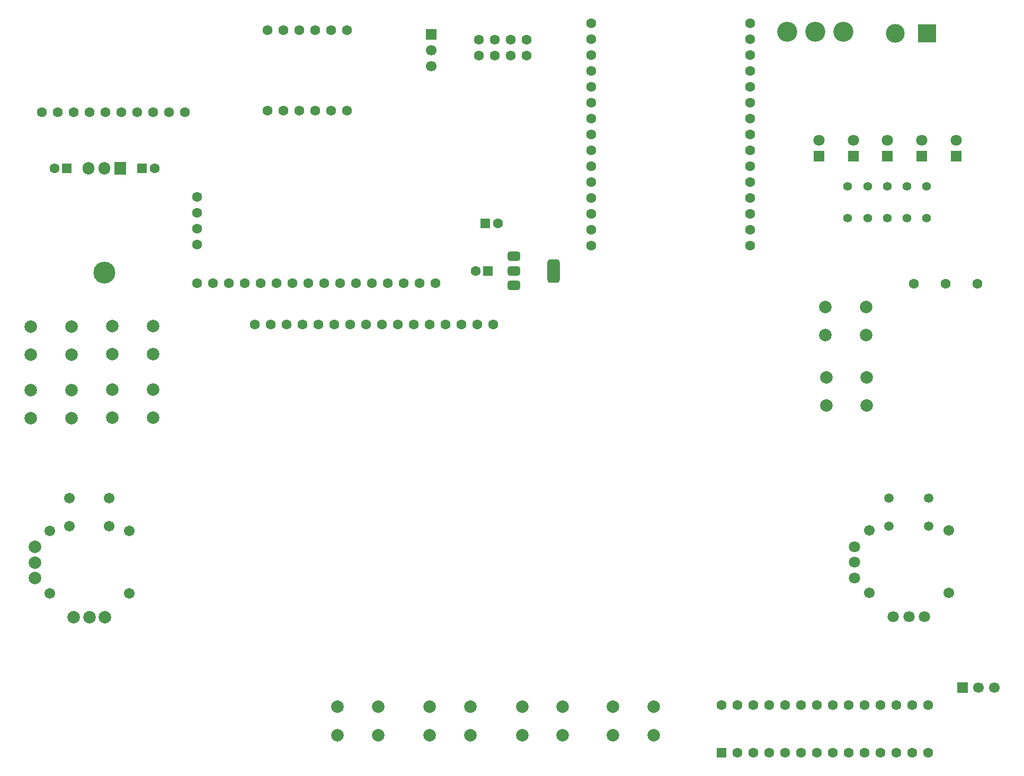
<source format=gbr>
%TF.GenerationSoftware,KiCad,Pcbnew,9.0.4-9.0.4-0~ubuntu22.04.1*%
%TF.CreationDate,2025-09-08T17:48:52-03:00*%
%TF.ProjectId,control,636f6e74-726f-46c2-9e6b-696361645f70,rev?*%
%TF.SameCoordinates,Original*%
%TF.FileFunction,Soldermask,Top*%
%TF.FilePolarity,Negative*%
%FSLAX46Y46*%
G04 Gerber Fmt 4.6, Leading zero omitted, Abs format (unit mm)*
G04 Created by KiCad (PCBNEW 9.0.4-9.0.4-0~ubuntu22.04.1) date 2025-09-08 17:48:52*
%MOMM*%
%LPD*%
G01*
G04 APERTURE LIST*
G04 Aperture macros list*
%AMRoundRect*
0 Rectangle with rounded corners*
0 $1 Rounding radius*
0 $2 $3 $4 $5 $6 $7 $8 $9 X,Y pos of 4 corners*
0 Add a 4 corners polygon primitive as box body*
4,1,4,$2,$3,$4,$5,$6,$7,$8,$9,$2,$3,0*
0 Add four circle primitives for the rounded corners*
1,1,$1+$1,$2,$3*
1,1,$1+$1,$4,$5*
1,1,$1+$1,$6,$7*
1,1,$1+$1,$8,$9*
0 Add four rect primitives between the rounded corners*
20,1,$1+$1,$2,$3,$4,$5,0*
20,1,$1+$1,$4,$5,$6,$7,0*
20,1,$1+$1,$6,$7,$8,$9,0*
20,1,$1+$1,$8,$9,$2,$3,0*%
G04 Aperture macros list end*
%ADD10C,1.704000*%
%ADD11C,1.800000*%
%ADD12C,1.500000*%
%ADD13C,1.600000*%
%ADD14C,3.204000*%
%ADD15RoundRect,0.250000X0.550000X0.550000X-0.550000X0.550000X-0.550000X-0.550000X0.550000X-0.550000X0*%
%ADD16RoundRect,0.250000X-0.550000X-0.550000X0.550000X-0.550000X0.550000X0.550000X-0.550000X0.550000X0*%
%ADD17RoundRect,0.375000X-0.625000X-0.375000X0.625000X-0.375000X0.625000X0.375000X-0.625000X0.375000X0*%
%ADD18RoundRect,0.500000X-0.500000X-1.400000X0.500000X-1.400000X0.500000X1.400000X-0.500000X1.400000X0*%
%ADD19C,2.004000*%
%ADD20C,2.000000*%
%ADD21R,1.700000X1.700000*%
%ADD22C,1.700000*%
%ADD23C,3.500000*%
%ADD24R,1.905000X2.000000*%
%ADD25O,1.905000X2.000000*%
%ADD26R,3.000000X3.000000*%
%ADD27C,3.000000*%
%ADD28R,1.800000X1.800000*%
%ADD29C,1.400000*%
%ADD30RoundRect,0.250000X0.550000X-0.550000X0.550000X0.550000X-0.550000X0.550000X-0.550000X-0.550000X0*%
G04 APERTURE END LIST*
D10*
%TO.C,U3*%
X200350000Y-122028620D03*
X200350000Y-132028620D03*
X213050000Y-122028620D03*
X213050000Y-132028620D03*
D11*
X197950000Y-129628620D03*
X209150000Y-135828620D03*
X197950000Y-124628620D03*
D12*
X203450000Y-116828620D03*
D11*
X204150000Y-135828620D03*
D12*
X209850000Y-116828620D03*
D11*
X206650000Y-135828620D03*
X197950000Y-127128620D03*
D12*
X203450000Y-121328620D03*
X209850000Y-121328620D03*
%TD*%
D13*
%TO.C,RV1*%
X207420000Y-82600000D03*
X212500000Y-82600000D03*
X217580000Y-82600000D03*
%TD*%
D14*
%TO.C,SW1*%
X196200000Y-42300000D03*
X191700000Y-42300000D03*
X187200000Y-42300000D03*
%TD*%
D15*
%TO.C,C4*%
X139400000Y-80500000D03*
D13*
X137400000Y-80500000D03*
%TD*%
D16*
%TO.C,C3*%
X139000000Y-72900000D03*
D13*
X141000000Y-72900000D03*
%TD*%
D17*
%TO.C,U14*%
X143550000Y-78200000D03*
X143550000Y-80500000D03*
D18*
X149850000Y-80500000D03*
D17*
X143550000Y-82800000D03*
%TD*%
D10*
%TO.C,U4*%
X69380000Y-122079839D03*
X69380000Y-132079839D03*
X82080000Y-122079839D03*
X82080000Y-132079839D03*
D19*
X66980000Y-129679839D03*
X78180000Y-135879839D03*
X66980000Y-124679839D03*
D10*
X72480000Y-116879839D03*
D19*
X73180000Y-135879839D03*
D10*
X78880000Y-116879839D03*
D19*
X75680000Y-135879839D03*
X66980000Y-127179839D03*
D10*
X72480000Y-121379839D03*
X78880000Y-121379839D03*
%TD*%
D13*
%TO.C,U11*%
X131020000Y-82500000D03*
X128480000Y-82500000D03*
X125940000Y-82500000D03*
X123400000Y-82500000D03*
X120860000Y-82500000D03*
X118320000Y-82500000D03*
X115780000Y-82500000D03*
X113240000Y-82500000D03*
X110700000Y-82500000D03*
X108160000Y-82500000D03*
X105620000Y-82500000D03*
X103080000Y-82500000D03*
X100540000Y-82500000D03*
X98000000Y-82500000D03*
X95460000Y-82500000D03*
X92920000Y-82500000D03*
X92900000Y-68660000D03*
X92900000Y-71200000D03*
X92900000Y-73740000D03*
X92900000Y-76280000D03*
%TD*%
D20*
%TO.C,SW3*%
X130100000Y-150250000D03*
X136600000Y-150250000D03*
X130100000Y-154750000D03*
X136600000Y-154750000D03*
%TD*%
%TO.C,SW11*%
X79350000Y-99500000D03*
X85850000Y-99500000D03*
X79350000Y-104000000D03*
X85850000Y-104000000D03*
%TD*%
D21*
%TO.C,U10*%
X215220000Y-147150000D03*
D22*
X217760000Y-147150000D03*
X220300000Y-147150000D03*
%TD*%
D23*
%TO.C,U9*%
X78100000Y-80780000D03*
D24*
X80640000Y-64120000D03*
D25*
X78100000Y-64120000D03*
X75560000Y-64120000D03*
%TD*%
D26*
%TO.C,U1*%
X209580000Y-42500000D03*
D27*
X204500000Y-42500000D03*
%TD*%
D20*
%TO.C,SW8*%
X66300000Y-89400000D03*
X72800000Y-89400000D03*
X66300000Y-93900000D03*
X72800000Y-93900000D03*
%TD*%
D28*
%TO.C,D1*%
X192320000Y-62150000D03*
D11*
X192320000Y-59610000D03*
%TD*%
D29*
%TO.C,R2*%
X200050000Y-72030000D03*
X200050000Y-66950000D03*
%TD*%
D20*
%TO.C,SW4*%
X144850000Y-150250000D03*
X151350000Y-150250000D03*
X144850000Y-154750000D03*
X151350000Y-154750000D03*
%TD*%
D15*
%TO.C,C2*%
X72100000Y-64150000D03*
D13*
X70100000Y-64150000D03*
%TD*%
D20*
%TO.C,SW5*%
X159350000Y-150250000D03*
X165850000Y-150250000D03*
X159350000Y-154750000D03*
X165850000Y-154750000D03*
%TD*%
D13*
%TO.C,U13*%
X102100000Y-89050000D03*
X104640000Y-89050000D03*
X107180000Y-89050000D03*
X109720000Y-89050000D03*
X112260000Y-89050000D03*
X114800000Y-89050000D03*
X117340000Y-89050000D03*
X119880000Y-89050000D03*
X122420000Y-89050000D03*
X124960000Y-89050000D03*
X127500000Y-89050000D03*
X130040000Y-89050000D03*
X132580000Y-89050000D03*
X135120000Y-89050000D03*
X137660000Y-89050000D03*
X140200000Y-89050000D03*
%TD*%
D21*
%TO.C,U7*%
X130300000Y-42710000D03*
D22*
X130300000Y-45250000D03*
X130300000Y-47790000D03*
%TD*%
D20*
%TO.C,SW7*%
X193450000Y-97550000D03*
X199950000Y-97550000D03*
X193450000Y-102050000D03*
X199950000Y-102050000D03*
%TD*%
D29*
%TO.C,R4*%
X206350000Y-72030000D03*
X206350000Y-66950000D03*
%TD*%
D30*
%TO.C,U12*%
X176740000Y-157550000D03*
D13*
X179280000Y-157550000D03*
X181820000Y-157550000D03*
X184360000Y-157550000D03*
X186900000Y-157550000D03*
X189440000Y-157550000D03*
X191980000Y-157550000D03*
X194520000Y-157550000D03*
X197060000Y-157550000D03*
X199600000Y-157550000D03*
X202140000Y-157550000D03*
X204680000Y-157550000D03*
X207220000Y-157550000D03*
X209760000Y-157550000D03*
X209760000Y-149930000D03*
X207220000Y-149930000D03*
X204680000Y-149930000D03*
X202140000Y-149930000D03*
X199600000Y-149930000D03*
X197060000Y-149930000D03*
X194520000Y-149930000D03*
X191980000Y-149930000D03*
X189440000Y-149930000D03*
X186900000Y-149930000D03*
X184360000Y-149930000D03*
X181820000Y-149930000D03*
X179280000Y-149930000D03*
X176740000Y-149930000D03*
%TD*%
D28*
%TO.C,D5*%
X214200000Y-62150000D03*
D11*
X214200000Y-59610000D03*
%TD*%
D29*
%TO.C,R3*%
X203200000Y-72030000D03*
X203200000Y-66950000D03*
%TD*%
D20*
%TO.C,SW9*%
X66300000Y-99550000D03*
X72800000Y-99550000D03*
X66300000Y-104050000D03*
X72800000Y-104050000D03*
%TD*%
D16*
%TO.C,C1*%
X84100000Y-64120000D03*
D13*
X86100000Y-64120000D03*
%TD*%
%TO.C,U6*%
X78260000Y-55150000D03*
X80800000Y-55150000D03*
X70640000Y-55150000D03*
X83340000Y-55150000D03*
X85880000Y-55150000D03*
X88420000Y-55150000D03*
X90960000Y-55150000D03*
X68100000Y-55150000D03*
X75720000Y-55150000D03*
X73180000Y-55150000D03*
%TD*%
D28*
%TO.C,D2*%
X197790000Y-62150000D03*
D11*
X197790000Y-59610000D03*
%TD*%
D29*
%TO.C,R1*%
X196900000Y-72030000D03*
X196900000Y-66950000D03*
%TD*%
D13*
%TO.C,U8*%
X116880000Y-42050000D03*
X114340000Y-42050000D03*
X111800000Y-42050000D03*
X109260000Y-42050000D03*
X106720000Y-42050000D03*
X104180000Y-42050000D03*
X116860000Y-54850000D03*
X114320000Y-54850000D03*
X111780000Y-54850000D03*
X109240000Y-54850000D03*
X106700000Y-54850000D03*
X104160000Y-54850000D03*
%TD*%
D20*
%TO.C,SW2*%
X115350000Y-150250000D03*
X121850000Y-150250000D03*
X115350000Y-154750000D03*
X121850000Y-154750000D03*
%TD*%
D13*
%TO.C,U5*%
X137900000Y-46090000D03*
X137900000Y-43550000D03*
X140440000Y-46090000D03*
X140440000Y-43550000D03*
X142980000Y-46090000D03*
X142980000Y-43550000D03*
X145520000Y-46090000D03*
X145520000Y-43550000D03*
%TD*%
D28*
%TO.C,D4*%
X208730000Y-62150000D03*
D11*
X208730000Y-59610000D03*
%TD*%
D20*
%TO.C,SW6*%
X193350000Y-86300000D03*
X199850000Y-86300000D03*
X193350000Y-90800000D03*
X199850000Y-90800000D03*
%TD*%
%TO.C,SW10*%
X79350000Y-89350000D03*
X85850000Y-89350000D03*
X79350000Y-93850000D03*
X85850000Y-93850000D03*
%TD*%
D13*
%TO.C,U2*%
X181300000Y-76490000D03*
X181300000Y-73950000D03*
X181300000Y-71410000D03*
X181300000Y-68870000D03*
X181300000Y-66330000D03*
X181300000Y-63790000D03*
X181300000Y-61250000D03*
X181300000Y-58710000D03*
X181300000Y-56170000D03*
X181300000Y-53630000D03*
X181300000Y-51090000D03*
X181300000Y-48550000D03*
X181300000Y-46010000D03*
X181300000Y-43470000D03*
X181300000Y-40930000D03*
X155900000Y-76490000D03*
X155900000Y-73950000D03*
X155900000Y-71410000D03*
X155900000Y-68870000D03*
X155900000Y-66330000D03*
X155900000Y-63790000D03*
X155900000Y-61250000D03*
X155900000Y-58710000D03*
X155900000Y-56170000D03*
X155900000Y-53630000D03*
X155900000Y-51090000D03*
X155900000Y-48550000D03*
X155900000Y-46010000D03*
X155900000Y-43470000D03*
X155900000Y-40930000D03*
%TD*%
D29*
%TO.C,R5*%
X209500000Y-72030000D03*
X209500000Y-66950000D03*
%TD*%
D28*
%TO.C,D3*%
X203260000Y-62150000D03*
D11*
X203260000Y-59610000D03*
%TD*%
M02*

</source>
